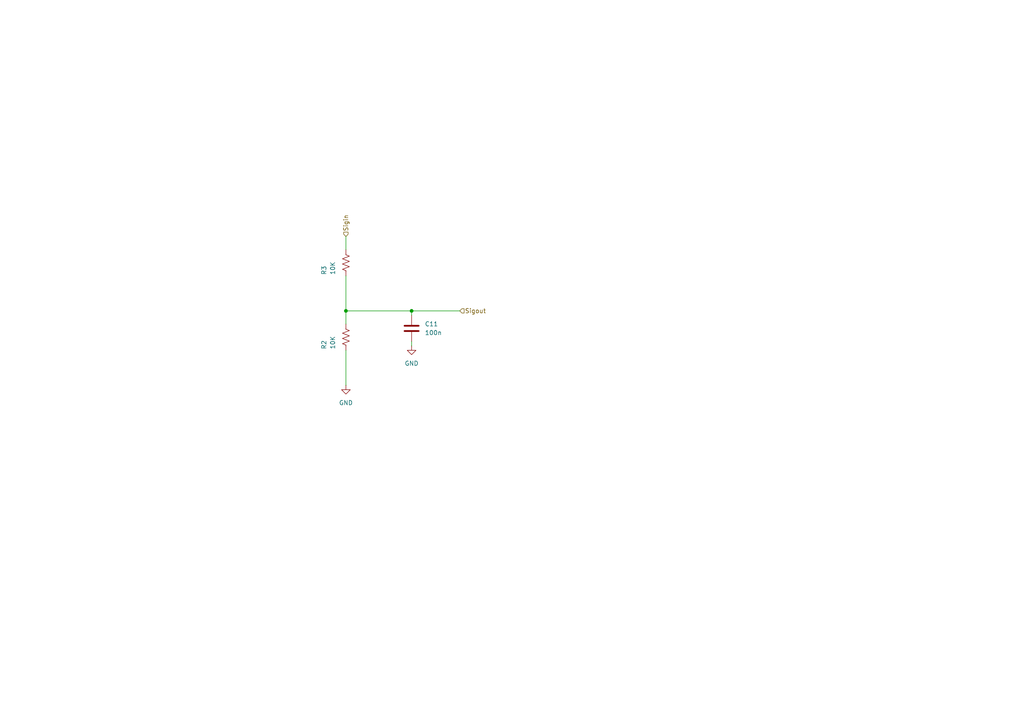
<source format=kicad_sch>
(kicad_sch (version 20250114) (generator "eeschema") (generator_version "9.0")
  (paper "A4")
  (lib_symbols
    (symbol "Device:C" (pin_numbers (hide yes)) (pin_names (offset 0.254))
      (property "Reference" "C" (at 0.635 2.54 0))
      (property "Value" "C" (at 0.635 -2.54 0))
      (symbol "C_0_1"
        (polyline (pts (xy -2.032 0.762) (xy 2.032 0.762)) (stroke (width 0.508)))
        (polyline (pts (xy -2.032 -0.762) (xy 2.032 -0.762)) (stroke (width 0.508)))
      )
      (symbol "C_1_1"
        (pin passive line (at 0 3.81 270) (length 2.794) (name "~") (number "1"))
        (pin passive line (at 0 -3.81 90) (length 2.794) (name "~") (number "2"))
      )
    )
    (symbol "Device:R_US" (pin_numbers (hide yes)) (pin_names (offset 0))
      (property "Reference" "R" (at 2.54 0 90))
      (property "Value" "R_US" (at -2.54 0 90))
      (symbol "R_US_0_1"
        (polyline (pts (xy 0 2.286) (xy 0 2.54)))
        (polyline (pts (xy 0 2.286) (xy 1.016 1.905) (xy 0 1.524) (xy -1.016 1.143) (xy 0 0.762)))
        (polyline (pts (xy 0 0.762) (xy 1.016 0.381) (xy 0 0) (xy -1.016 -0.381) (xy 0 -0.762)))
        (polyline (pts (xy 0 -0.762) (xy 1.016 -1.143) (xy 0 -1.524) (xy -1.016 -1.905) (xy 0 -2.286)))
        (polyline (pts (xy 0 -2.286) (xy 0 -2.54)))
      )
      (symbol "R_US_1_1"
        (pin passive line (at 0 3.81 270) (length 1.27) (name "~") (number "1"))
        (pin passive line (at 0 -3.81 90) (length 1.27) (name "~") (number "2"))
      )
    )
    (symbol "power:GND" (power) (pin_numbers (hide yes)) (pin_names (offset 0) (hide yes))
      (property "Value" "GND" (at 0 -3.81 0))
      (symbol "GND_0_1"
        (polyline (pts (xy 0 0) (xy 0 -1.27) (xy 1.27 -1.27) (xy 0 -2.54) (xy -1.27 -1.27) (xy 0 -1.27)))
      )
      (symbol "GND_1_1"
        (pin power_in line (at 0 0 270) (length 0) (name "~") (number "1"))
      )
    )
  )
  (junction (at 119.38 90.17))
  (junction (at 100.33 90.17))
  (wire (pts (xy 119.38 100.33) (xy 119.38 99.06)))
  (wire (pts (xy 100.33 80.01) (xy 100.33 90.17)))
  (wire (pts (xy 100.33 68.58) (xy 100.33 72.39)))
  (wire (pts (xy 119.38 91.44) (xy 119.38 90.17)))
  (wire (pts (xy 100.33 90.17) (xy 119.38 90.17)))
  (wire (pts (xy 100.33 90.17) (xy 100.33 93.98)))
  (wire (pts (xy 119.38 90.17) (xy 133.35 90.17)))
  (wire (pts (xy 100.33 101.6) (xy 100.33 111.76)))
  (hierarchical_label "Sigin" (shape input) (at 100.33 68.58 90))
  (hierarchical_label "Sigout" (shape input) (at 133.35 90.17 0))
  (symbol (lib_id "power:GND") (at 100.33 111.76 0) (unit 1)
    (property "Reference" "#PWR029" (effects (hide yes)))
    (property "Value" "GND" (at 100.33 116.84 0))
    (property "Description" "Power symbol creates a global label with name \"GND\" , ground" (effects (hide yes)))
    (instances (project "DAQ_module" (path "" (reference "#PWR027") (unit 1)) (path "" (reference "#PWR029") (unit 1)) (path "" (reference "#PWR035") (unit 1)) (path "" (reference "#PWR039") (unit 1)) (path "" (reference "#PWR031") (unit 1)) (path "" (reference "#PWR037") (unit 1)) (path "" (reference "#PWR041") (unit 1)) (path "" (reference "#PWR033") (unit 1))))
  )
  (symbol (lib_id "Device:R_US") (at 100.33 97.79 0) (unit 1)
    (property "Reference" "R5" (at 93.98 101.346 90) (effects (justify left)))
    (property "Value" "10K" (at 96.52 101.346 90) (effects (justify left)))
    (property "Footprint" "Resistor_SMD:R_0603_1608Metric" (effects (hide yes)))
    (property "Datasheet" "https://www.vishay.com/docs/28758/tnpw_e3.pdf" (effects (hide yes)))
    (property "DigiKey" "https://www.digikey.com/en/products/detail/vishay-dale/TNPW060310K0BEEA/1606881" (effects (hide yes)))
    (instances (project "DAQ_module" (path "" (reference "R2") (unit 1)) (path "" (reference "R5") (unit 1)) (path "" (reference "R11") (unit 1)) (path "" (reference "R15") (unit 1)) (path "" (reference "R7") (unit 1)) (path "" (reference "R13") (unit 1)) (path "" (reference "R17") (unit 1)) (path "" (reference "R9") (unit 1))))
  )
  (symbol (lib_id "Device:C") (at 119.38 95.25 180) (unit 1)
    (property "Reference" "C17" (at 123.19 93.9799 0) (effects (justify right)))
    (property "Value" "100n" (at 123.19 96.5199 0) (effects (justify right)))
    (property "Footprint" "Capacitor_SMD:C_0603_1608Metric" (effects (hide yes)))
    (property "Datasheet" "https://mm.digikey.com/Volume0/opasdata/d220001/medias/docus/609/CL10B104KB8NNNC_Spec.pdf" (effects (hide yes)))
    (property "DigiKey" "https://www.digikey.com/en/products/detail/samsung-electro-mechanics/CL10B104KB8NNNC/3886658" (effects (hide yes)))
    (instances (project "DAQ_module" (path "" (reference "C11") (unit 1)) (path "" (reference "C17") (unit 1)) (path "" (reference "C23") (unit 1)) (path "" (reference "C25") (unit 1)) (path "" (reference "C21") (unit 1)) (path "" (reference "C24") (unit 1)) (path "" (reference "C26") (unit 1)) (path "" (reference "C22") (unit 1))))
  )
  (symbol (lib_id "power:GND") (at 119.38 100.33 0) (unit 1)
    (property "Reference" "#PWR028" (effects (hide yes)))
    (property "Value" "GND" (at 119.38 105.41 0))
    (property "Description" "Power symbol creates a global label with name \"GND\" , ground" (effects (hide yes)))
    (instances (project "DAQ_module" (path "" (reference "#PWR026") (unit 1)) (path "" (reference "#PWR028") (unit 1)) (path "" (reference "#PWR034") (unit 1)) (path "" (reference "#PWR038") (unit 1)) (path "" (reference "#PWR030") (unit 1)) (path "" (reference "#PWR036") (unit 1)) (path "" (reference "#PWR040") (unit 1)) (path "" (reference "#PWR032") (unit 1))))
  )
  (symbol (lib_id "Device:R_US") (at 100.33 76.2 0) (unit 1)
    (property "Reference" "R4" (at 93.98 79.756 90) (effects (justify left)))
    (property "Value" "10K" (at 96.52 79.756 90) (effects (justify left)))
    (property "Footprint" "Resistor_SMD:R_0603_1608Metric" (effects (hide yes)))
    (property "Datasheet" "https://www.vishay.com/docs/28758/tnpw_e3.pdf" (effects (hide yes)))
    (property "DigiKey" "https://www.digikey.com/en/products/detail/vishay-dale/TNPW060310K0BEEA/1606881" (effects (hide yes)))
    (instances (project "DAQ_module" (path "" (reference "R3") (unit 1)) (path "" (reference "R4") (unit 1)) (path "" (reference "R10") (unit 1)) (path "" (reference "R14") (unit 1)) (path "" (reference "R6") (unit 1)) (path "" (reference "R12") (unit 1)) (path "" (reference "R16") (unit 1)) (path "" (reference "R8") (unit 1))))
  )
)
</source>
